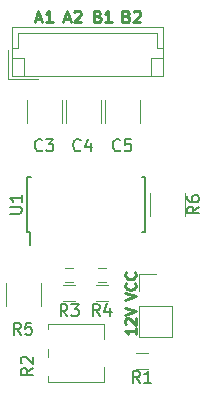
<source format=gto>
G04 #@! TF.FileFunction,Legend,Top*
%FSLAX46Y46*%
G04 Gerber Fmt 4.6, Leading zero omitted, Abs format (unit mm)*
G04 Created by KiCad (PCBNEW 4.0.6+dfsg1-1) date Mon Feb 26 16:02:50 2018*
%MOMM*%
%LPD*%
G01*
G04 APERTURE LIST*
%ADD10C,0.100000*%
%ADD11C,0.250000*%
%ADD12C,0.225000*%
%ADD13C,0.120000*%
%ADD14C,0.150000*%
G04 APERTURE END LIST*
D10*
D11*
X13895439Y31770629D02*
X14038296Y31723010D01*
X14085915Y31675390D01*
X14133534Y31580152D01*
X14133534Y31437295D01*
X14085915Y31342057D01*
X14038296Y31294438D01*
X13943058Y31246819D01*
X13562105Y31246819D01*
X13562105Y32246819D01*
X13895439Y32246819D01*
X13990677Y32199200D01*
X14038296Y32151581D01*
X14085915Y32056343D01*
X14085915Y31961105D01*
X14038296Y31865867D01*
X13990677Y31818248D01*
X13895439Y31770629D01*
X13562105Y31770629D01*
X14514486Y32151581D02*
X14562105Y32199200D01*
X14657343Y32246819D01*
X14895439Y32246819D01*
X14990677Y32199200D01*
X15038296Y32151581D01*
X15085915Y32056343D01*
X15085915Y31961105D01*
X15038296Y31818248D01*
X14466867Y31246819D01*
X15085915Y31246819D01*
X11482439Y31770629D02*
X11625296Y31723010D01*
X11672915Y31675390D01*
X11720534Y31580152D01*
X11720534Y31437295D01*
X11672915Y31342057D01*
X11625296Y31294438D01*
X11530058Y31246819D01*
X11149105Y31246819D01*
X11149105Y32246819D01*
X11482439Y32246819D01*
X11577677Y32199200D01*
X11625296Y32151581D01*
X11672915Y32056343D01*
X11672915Y31961105D01*
X11625296Y31865867D01*
X11577677Y31818248D01*
X11482439Y31770629D01*
X11149105Y31770629D01*
X12672915Y31246819D02*
X12101486Y31246819D01*
X12387200Y31246819D02*
X12387200Y32246819D01*
X12291962Y32103962D01*
X12196724Y32008724D01*
X12101486Y31961105D01*
X8632914Y31532533D02*
X9109105Y31532533D01*
X8537676Y31246819D02*
X8871009Y32246819D01*
X9204343Y31246819D01*
X9490057Y32151581D02*
X9537676Y32199200D01*
X9632914Y32246819D01*
X9871010Y32246819D01*
X9966248Y32199200D01*
X10013867Y32151581D01*
X10061486Y32056343D01*
X10061486Y31961105D01*
X10013867Y31818248D01*
X9442438Y31246819D01*
X10061486Y31246819D01*
X6219914Y31532533D02*
X6696105Y31532533D01*
X6124676Y31246819D02*
X6458009Y32246819D01*
X6791343Y31246819D01*
X7648486Y31246819D02*
X7077057Y31246819D01*
X7362771Y31246819D02*
X7362771Y32246819D01*
X7267533Y32103962D01*
X7172295Y32008724D01*
X7077057Y31961105D01*
D12*
X13807343Y7766200D02*
X14707343Y8066200D01*
X13807343Y8366200D01*
X14621629Y9180486D02*
X14664486Y9137629D01*
X14707343Y9009058D01*
X14707343Y8923344D01*
X14664486Y8794772D01*
X14578771Y8709058D01*
X14493057Y8666201D01*
X14321629Y8623344D01*
X14193057Y8623344D01*
X14021629Y8666201D01*
X13935914Y8709058D01*
X13850200Y8794772D01*
X13807343Y8923344D01*
X13807343Y9009058D01*
X13850200Y9137629D01*
X13893057Y9180486D01*
X14621629Y10080486D02*
X14664486Y10037629D01*
X14707343Y9909058D01*
X14707343Y9823344D01*
X14664486Y9694772D01*
X14578771Y9609058D01*
X14493057Y9566201D01*
X14321629Y9523344D01*
X14193057Y9523344D01*
X14021629Y9566201D01*
X13935914Y9609058D01*
X13850200Y9694772D01*
X13807343Y9823344D01*
X13807343Y9909058D01*
X13850200Y10037629D01*
X13893057Y10080486D01*
X14707343Y5361057D02*
X14707343Y4846772D01*
X14707343Y5103914D02*
X13807343Y5103914D01*
X13935914Y5018200D01*
X14021629Y4932486D01*
X14064486Y4846772D01*
X13893057Y5703915D02*
X13850200Y5746772D01*
X13807343Y5832486D01*
X13807343Y6046772D01*
X13850200Y6132486D01*
X13893057Y6175343D01*
X13978771Y6218200D01*
X14064486Y6218200D01*
X14193057Y6175343D01*
X14707343Y5661057D01*
X14707343Y6218200D01*
X13807343Y6475343D02*
X14707343Y6775343D01*
X13807343Y7075343D01*
D13*
X8717800Y10429800D02*
X9417800Y10429800D01*
X9417800Y9229800D02*
X8717800Y9229800D01*
X12211800Y9229800D02*
X11511800Y9229800D01*
X11511800Y10429800D02*
X12211800Y10429800D01*
X8414200Y22698200D02*
X8414200Y24698200D01*
X5454200Y24698200D02*
X5454200Y22698200D01*
X8756200Y24698200D02*
X8756200Y22698200D01*
X11716200Y22698200D02*
X11716200Y24698200D01*
X12058200Y24698200D02*
X12058200Y22698200D01*
X15018200Y22698200D02*
X15018200Y24698200D01*
X4202920Y30838080D02*
X4202920Y26738080D01*
X4202920Y26738080D02*
X17002920Y26738080D01*
X17002920Y26738080D02*
X17002920Y30838080D01*
X17002920Y30838080D02*
X4202920Y30838080D01*
X4202920Y29088080D02*
X4702920Y29088080D01*
X4702920Y29088080D02*
X4702920Y30338080D01*
X4702920Y30338080D02*
X16502920Y30338080D01*
X16502920Y30338080D02*
X16502920Y29088080D01*
X16502920Y29088080D02*
X17002920Y29088080D01*
X4202920Y28238080D02*
X5202920Y28238080D01*
X5202920Y28238080D02*
X5202920Y26738080D01*
X17002920Y28238080D02*
X16002920Y28238080D01*
X16002920Y28238080D02*
X16002920Y26738080D01*
X3902920Y28938080D02*
X3902920Y26438080D01*
X3902920Y26438080D02*
X6402920Y26438080D01*
X15005700Y7251700D02*
X15005700Y4591700D01*
X15005700Y4591700D02*
X17785700Y4591700D01*
X17785700Y4591700D02*
X17785700Y7251700D01*
X17785700Y7251700D02*
X15005700Y7251700D01*
X15005700Y8521700D02*
X15005700Y9911700D01*
X15005700Y9911700D02*
X16395700Y9911700D01*
X15714600Y1936200D02*
X14714600Y1936200D01*
X14714600Y3296200D02*
X15714600Y3296200D01*
X11986600Y816600D02*
X7266600Y816600D01*
X11986600Y5736600D02*
X7266600Y5736600D01*
X11986600Y816600D02*
X11986600Y2096600D01*
X11986600Y4456600D02*
X11986600Y5736600D01*
X7266600Y816600D02*
X7266600Y1296600D01*
X7266600Y2956600D02*
X7266600Y3596600D01*
X7266600Y5256600D02*
X7266600Y5736600D01*
X11986600Y1196600D02*
X11986600Y1196600D01*
X11986600Y1196600D02*
X11986600Y2096600D01*
X11986600Y1196600D02*
X11986600Y2096600D01*
X9567800Y7625800D02*
X8567800Y7625800D01*
X8567800Y8985800D02*
X9567800Y8985800D01*
X11311000Y8985800D02*
X12311000Y8985800D01*
X12311000Y7625800D02*
X11311000Y7625800D01*
X6636200Y9204200D02*
X6636200Y7204200D01*
X3676200Y7204200D02*
X3676200Y9204200D01*
X15868200Y14824200D02*
X15868200Y16824200D01*
X18828200Y16824200D02*
X18828200Y14824200D01*
D14*
X5515200Y13499200D02*
X5740200Y13499200D01*
X5515200Y18149200D02*
X5840200Y18149200D01*
X15516000Y18149200D02*
X15191000Y18149200D01*
X15516000Y13499200D02*
X15191000Y13499200D01*
X5515200Y13499200D02*
X5515200Y18149200D01*
X15516000Y13499200D02*
X15516000Y18149200D01*
X5740200Y13499200D02*
X5740200Y12424200D01*
X6767534Y20445457D02*
X6719915Y20397838D01*
X6577058Y20350219D01*
X6481820Y20350219D01*
X6338962Y20397838D01*
X6243724Y20493076D01*
X6196105Y20588314D01*
X6148486Y20778790D01*
X6148486Y20921648D01*
X6196105Y21112124D01*
X6243724Y21207362D01*
X6338962Y21302600D01*
X6481820Y21350219D01*
X6577058Y21350219D01*
X6719915Y21302600D01*
X6767534Y21254981D01*
X7100867Y21350219D02*
X7719915Y21350219D01*
X7386581Y20969267D01*
X7529439Y20969267D01*
X7624677Y20921648D01*
X7672296Y20874029D01*
X7719915Y20778790D01*
X7719915Y20540695D01*
X7672296Y20445457D01*
X7624677Y20397838D01*
X7529439Y20350219D01*
X7243724Y20350219D01*
X7148486Y20397838D01*
X7100867Y20445457D01*
X10018734Y20445457D02*
X9971115Y20397838D01*
X9828258Y20350219D01*
X9733020Y20350219D01*
X9590162Y20397838D01*
X9494924Y20493076D01*
X9447305Y20588314D01*
X9399686Y20778790D01*
X9399686Y20921648D01*
X9447305Y21112124D01*
X9494924Y21207362D01*
X9590162Y21302600D01*
X9733020Y21350219D01*
X9828258Y21350219D01*
X9971115Y21302600D01*
X10018734Y21254981D01*
X10875877Y21016886D02*
X10875877Y20350219D01*
X10637781Y21397838D02*
X10399686Y20683552D01*
X11018734Y20683552D01*
X13371534Y20445457D02*
X13323915Y20397838D01*
X13181058Y20350219D01*
X13085820Y20350219D01*
X12942962Y20397838D01*
X12847724Y20493076D01*
X12800105Y20588314D01*
X12752486Y20778790D01*
X12752486Y20921648D01*
X12800105Y21112124D01*
X12847724Y21207362D01*
X12942962Y21302600D01*
X13085820Y21350219D01*
X13181058Y21350219D01*
X13323915Y21302600D01*
X13371534Y21254981D01*
X14276296Y21350219D02*
X13800105Y21350219D01*
X13752486Y20874029D01*
X13800105Y20921648D01*
X13895343Y20969267D01*
X14133439Y20969267D01*
X14228677Y20921648D01*
X14276296Y20874029D01*
X14323915Y20778790D01*
X14323915Y20540695D01*
X14276296Y20445457D01*
X14228677Y20397838D01*
X14133439Y20350219D01*
X13895343Y20350219D01*
X13800105Y20397838D01*
X13752486Y20445457D01*
X15047934Y741419D02*
X14714600Y1217610D01*
X14476505Y741419D02*
X14476505Y1741419D01*
X14857458Y1741419D01*
X14952696Y1693800D01*
X15000315Y1646181D01*
X15047934Y1550943D01*
X15047934Y1408086D01*
X15000315Y1312848D01*
X14952696Y1265229D01*
X14857458Y1217610D01*
X14476505Y1217610D01*
X16000315Y741419D02*
X15428886Y741419D01*
X15714600Y741419D02*
X15714600Y1741419D01*
X15619362Y1598562D01*
X15524124Y1503324D01*
X15428886Y1455705D01*
X5964181Y1992334D02*
X5487990Y1659000D01*
X5964181Y1420905D02*
X4964181Y1420905D01*
X4964181Y1801858D01*
X5011800Y1897096D01*
X5059419Y1944715D01*
X5154657Y1992334D01*
X5297514Y1992334D01*
X5392752Y1944715D01*
X5440371Y1897096D01*
X5487990Y1801858D01*
X5487990Y1420905D01*
X5059419Y2373286D02*
X5011800Y2420905D01*
X4964181Y2516143D01*
X4964181Y2754239D01*
X5011800Y2849477D01*
X5059419Y2897096D01*
X5154657Y2944715D01*
X5249895Y2944715D01*
X5392752Y2897096D01*
X5964181Y2325667D01*
X5964181Y2944715D01*
X8901134Y6380219D02*
X8567800Y6856410D01*
X8329705Y6380219D02*
X8329705Y7380219D01*
X8710658Y7380219D01*
X8805896Y7332600D01*
X8853515Y7284981D01*
X8901134Y7189743D01*
X8901134Y7046886D01*
X8853515Y6951648D01*
X8805896Y6904029D01*
X8710658Y6856410D01*
X8329705Y6856410D01*
X9234467Y7380219D02*
X9853515Y7380219D01*
X9520181Y6999267D01*
X9663039Y6999267D01*
X9758277Y6951648D01*
X9805896Y6904029D01*
X9853515Y6808790D01*
X9853515Y6570695D01*
X9805896Y6475457D01*
X9758277Y6427838D01*
X9663039Y6380219D01*
X9377324Y6380219D01*
X9282086Y6427838D01*
X9234467Y6475457D01*
X11644334Y6403419D02*
X11311000Y6879610D01*
X11072905Y6403419D02*
X11072905Y7403419D01*
X11453858Y7403419D01*
X11549096Y7355800D01*
X11596715Y7308181D01*
X11644334Y7212943D01*
X11644334Y7070086D01*
X11596715Y6974848D01*
X11549096Y6927229D01*
X11453858Y6879610D01*
X11072905Y6879610D01*
X12501477Y7070086D02*
X12501477Y6403419D01*
X12263381Y7451038D02*
X12025286Y6736752D01*
X12644334Y6736752D01*
X4938734Y4805419D02*
X4605400Y5281610D01*
X4367305Y4805419D02*
X4367305Y5805419D01*
X4748258Y5805419D01*
X4843496Y5757800D01*
X4891115Y5710181D01*
X4938734Y5614943D01*
X4938734Y5472086D01*
X4891115Y5376848D01*
X4843496Y5329229D01*
X4748258Y5281610D01*
X4367305Y5281610D01*
X5843496Y5805419D02*
X5367305Y5805419D01*
X5319686Y5329229D01*
X5367305Y5376848D01*
X5462543Y5424467D01*
X5700639Y5424467D01*
X5795877Y5376848D01*
X5843496Y5329229D01*
X5891115Y5233990D01*
X5891115Y4995895D01*
X5843496Y4900657D01*
X5795877Y4853038D01*
X5700639Y4805419D01*
X5462543Y4805419D01*
X5367305Y4853038D01*
X5319686Y4900657D01*
X20050581Y15657534D02*
X19574390Y15324200D01*
X20050581Y15086105D02*
X19050581Y15086105D01*
X19050581Y15467058D01*
X19098200Y15562296D01*
X19145819Y15609915D01*
X19241057Y15657534D01*
X19383914Y15657534D01*
X19479152Y15609915D01*
X19526771Y15562296D01*
X19574390Y15467058D01*
X19574390Y15086105D01*
X19050581Y16514677D02*
X19050581Y16324200D01*
X19098200Y16228962D01*
X19145819Y16181343D01*
X19288676Y16086105D01*
X19479152Y16038486D01*
X19860105Y16038486D01*
X19955343Y16086105D01*
X20002962Y16133724D01*
X20050581Y16228962D01*
X20050581Y16419439D01*
X20002962Y16514677D01*
X19955343Y16562296D01*
X19860105Y16609915D01*
X19622010Y16609915D01*
X19526771Y16562296D01*
X19479152Y16514677D01*
X19431533Y16419439D01*
X19431533Y16228962D01*
X19479152Y16133724D01*
X19526771Y16086105D01*
X19622010Y16038486D01*
X4042581Y15062295D02*
X4852105Y15062295D01*
X4947343Y15109914D01*
X4994962Y15157533D01*
X5042581Y15252771D01*
X5042581Y15443248D01*
X4994962Y15538486D01*
X4947343Y15586105D01*
X4852105Y15633724D01*
X4042581Y15633724D01*
X5042581Y16633724D02*
X5042581Y16062295D01*
X5042581Y16348009D02*
X4042581Y16348009D01*
X4185438Y16252771D01*
X4280676Y16157533D01*
X4328295Y16062295D01*
M02*

</source>
